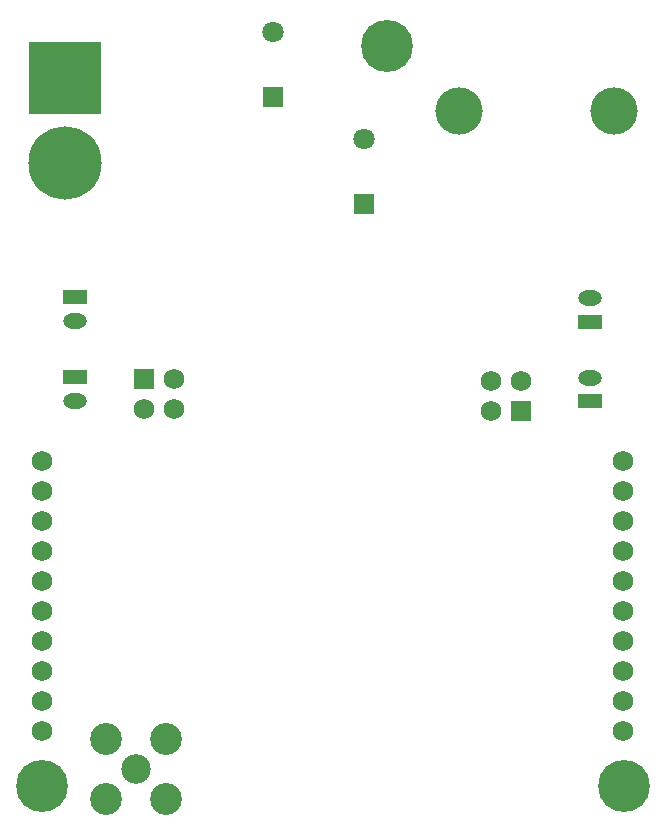
<source format=gbr>
%TF.GenerationSoftware,KiCad,Pcbnew,8.0.3-8.0.3-0~ubuntu22.04.1*%
%TF.CreationDate,2024-07-11T21:31:45-06:00*%
%TF.ProjectId,FCC_KiCAD,4643435f-4b69-4434-9144-2e6b69636164,rev?*%
%TF.SameCoordinates,Original*%
%TF.FileFunction,Soldermask,Bot*%
%TF.FilePolarity,Negative*%
%FSLAX46Y46*%
G04 Gerber Fmt 4.6, Leading zero omitted, Abs format (unit mm)*
G04 Created by KiCad (PCBNEW 8.0.3-8.0.3-0~ubuntu22.04.1) date 2024-07-11 21:31:45*
%MOMM*%
%LPD*%
G01*
G04 APERTURE LIST*
%ADD10R,2.000000X1.300000*%
%ADD11O,2.000000X1.300000*%
%ADD12C,4.400000*%
%ADD13R,6.200000X6.200000*%
%ADD14C,6.200000*%
%ADD15R,1.750000X1.750000*%
%ADD16C,1.750000*%
%ADD17R,1.800000X1.800000*%
%ADD18C,1.800000*%
%ADD19C,2.500000*%
%ADD20C,2.700000*%
%ADD21C,4.000000*%
G04 APERTURE END LIST*
D10*
%TO.C,J4*%
X128510000Y-87450000D03*
D11*
X128510000Y-89450000D03*
%TD*%
D10*
%TO.C,J5*%
X128510000Y-94200000D03*
D11*
X128510000Y-96200000D03*
%TD*%
D10*
%TO.C,J6*%
X172085000Y-96250000D03*
D11*
X172085000Y-94250000D03*
%TD*%
D10*
%TO.C,J7*%
X172085000Y-89500000D03*
D11*
X172085000Y-87500000D03*
%TD*%
D12*
%TO.C,H3*%
X174935000Y-128860000D03*
%TD*%
D13*
%TO.C,J8*%
X127675000Y-68850000D03*
D14*
X127675000Y-76050000D03*
%TD*%
D12*
%TO.C,H1*%
X154935000Y-66150000D03*
%TD*%
D15*
%TO.C,J2*%
X134300000Y-94360000D03*
D16*
X136840000Y-94360000D03*
X134300000Y-96900000D03*
X136840000Y-96900000D03*
%TD*%
D17*
%TO.C,C31*%
X145285000Y-70511800D03*
D18*
X145285000Y-65000000D03*
%TD*%
D19*
%TO.C,J1*%
X133685000Y-127400000D03*
D20*
X136225000Y-124860000D03*
X131145000Y-124860000D03*
X136225000Y-129940000D03*
X131145000Y-129940000D03*
%TD*%
D12*
%TO.C,H2*%
X125685000Y-128860000D03*
%TD*%
D17*
%TO.C,C36*%
X152985000Y-79550000D03*
D18*
X152985000Y-74038200D03*
%TD*%
D15*
%TO.C,J3*%
X166270000Y-97075000D03*
D16*
X163730000Y-97075000D03*
X166270000Y-94535000D03*
X163730000Y-94535000D03*
%TD*%
D21*
%TO.C,J9*%
X174155000Y-71650000D03*
X161015000Y-71650000D03*
%TD*%
D16*
%TO.C,J11*%
X125685000Y-101320000D03*
X125685000Y-103860000D03*
X125685000Y-106400000D03*
X125685000Y-108940000D03*
X125685000Y-111480000D03*
X125685000Y-114020000D03*
X125685000Y-116560000D03*
X125685000Y-119100000D03*
X125685000Y-121640000D03*
X125685000Y-124180000D03*
%TD*%
%TO.C,J12*%
X174885000Y-101320000D03*
X174885000Y-103860000D03*
X174885000Y-106400000D03*
X174885000Y-108940000D03*
X174885000Y-111480000D03*
X174885000Y-114020000D03*
X174885000Y-116560000D03*
X174885000Y-119100000D03*
X174885000Y-121640000D03*
X174885000Y-124180000D03*
%TD*%
M02*

</source>
